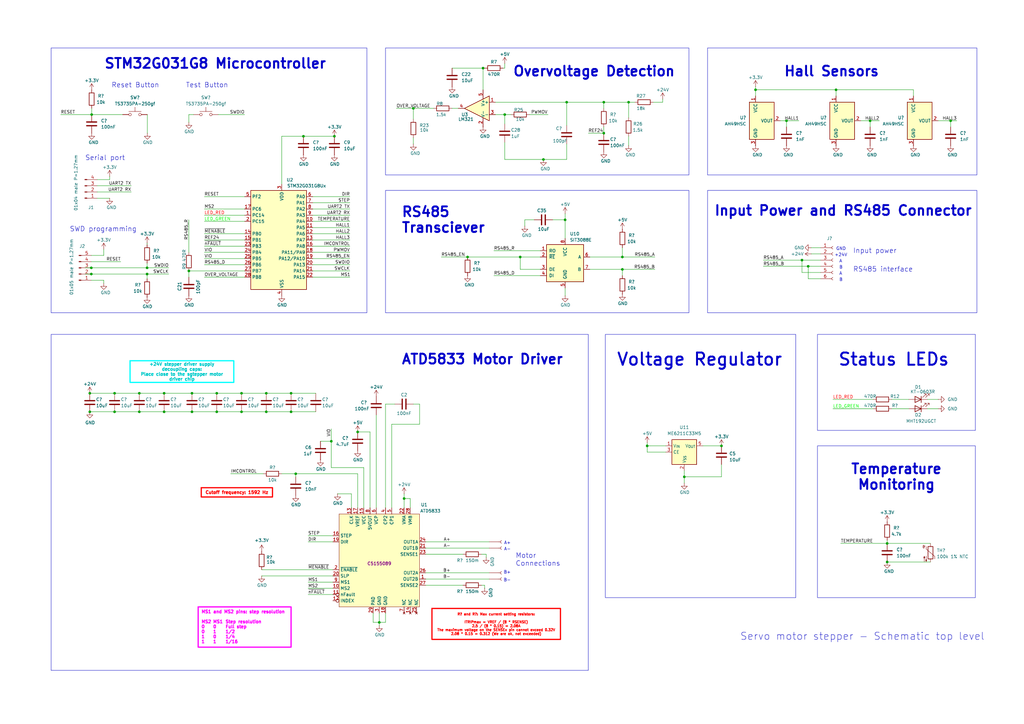
<source format=kicad_sch>
(kicad_sch (version 20250114) (generator "eeschema") (generator_version "9.0")
  (paper "A3")
  (title_block (title "Servo motor stepper M3 - Schematic top level") (date "2024-12-14") (rev "1.0"))
  (rectangle (start 248.285 137.16) (end 326.39 245.11))
  (rectangle (start 335.28 137.16) (end 400.05 176.53))
  (rectangle (start 20.955 137.16) (end 241.3 274.955))
  (rectangle (start 158.115 19.685) (end 282.575 71.755))
  (rectangle (start 290.195 19.685) (end 400.685 71.755))
  (rectangle (start 20.955 19.685) (end 150.495 128.27))
  (rectangle (start 158.115 78.105) (end 282.575 128.27))
  (rectangle (start 335.28 182.88) (end 400.05 245.11))
  (rectangle (start 290.195 78.105) (end 400.685 128.27))
  (text "Reset Button" (at 45.72 36.195 0) (effects (font (size 2 2)) (justify left bottom)))
  (text "Test Button" (at 76.2 36.195 0) (effects (font (size 2 2)) (justify left bottom)))
  (text "B" (at 344.17 115.57 0) (effects (font (size 1.27 1.27)) (justify left bottom)))
  (text "+24V" (at 342.265 105.41 0) (effects (font (size 1.27 1.27)) (justify left bottom)))
  (text "SWD programming" (at 28.575 95.25 0) (effects (font (size 2 2)) (justify left bottom)))
  (text "Serial port" (at 34.925 66.04 0) (effects (font (size 2 2)) (justify left bottom)))
  (text "GND" (at 342.9 102.87 0) (effects (font (size 1.27 1.27)) (justify left bottom)))
  (text "RS485\nTransciever" (at 164.465 95.885 0) (effects (font (size 4 4) (thickness 0.8) (bold yes)) (justify left bottom)))
  (text "Input power" (at 349.885 104.14 0) (effects (font (size 2 2)) (justify left bottom)))
  (text "B" (at 344.17 110.49 0) (effects (font (size 1.27 1.27)) (justify left bottom)))
  (text "A+" (at 209.55 223.52 0) (effects (font (size 1.27 1.27)) (justify right bottom)))
  (text "Status LEDs" (at 343.535 150.495 0) (effects (font (size 5 5) (thickness 0.8) (bold yes)) (justify left bottom)))
  (text "Overvoltage Detection" (at 210.185 31.75 0) (effects (font (size 4 4) (thickness 0.8) (bold yes)) (justify left bottom)))
  (text "Voltage Regulator" (at 252.73 150.495 0) (effects (font (size 5 5) (thickness 0.8) (bold yes)) (justify left bottom)))
  (text "A" (at 344.17 107.95 0) (effects (font (size 1.27 1.27)) (justify left bottom)))
  (text "Input Power and RS485 Connector" (at 292.735 88.9 0) (effects (font (size 4 4) (thickness 0.8) (bold yes)) (justify left bottom)))
  (text "A" (at 344.17 113.03 0) (effects (font (size 1.27 1.27)) (justify left bottom)))
  (text "RS485 interface" (at 349.885 111.76 0) (effects (font (size 2 2)) (justify left bottom)))
  (text "Temperature\nMonitoring" (at 367.665 201.295 0) (effects (font (size 4 4) (thickness 0.8) (bold yes)) (justify bottom)))
  (text "B+" (at 209.55 235.585 0) (effects (font (size 1.27 1.27)) (justify right bottom)))
  (text "Servo motor stepper - Schematic top level" (at 303.53 262.89 0) (effects (font (size 3 3)) (justify left bottom)))
  (text "STM32G031G8 Microcontroller" (at 42.545 28.575 0) (effects (font (size 4 4) (thickness 0.8) (bold yes)) (justify left bottom)))
  (text "A-" (at 209.55 226.06 0) (effects (font (size 1.27 1.27)) (justify right bottom)))
  (text "B-" (at 209.55 238.76 0) (effects (font (size 1.27 1.27)) (justify right bottom)))
  (text "ATD5833 Motor Driver" (at 164.465 149.86 0) (effects (font (size 4 4) (thickness 0.8) (bold yes)) (justify left bottom)))
  (text "Hall Sensors" (at 321.31 31.75 0) (effects (font (size 4 4) (thickness 0.8) (bold yes)) (justify left bottom)))
  (text "Motor\nConnections" (at 211.455 232.41 0) (effects (font (size 2 2)) (justify left bottom)))
  (text_box "Cutoff frequency: 1592 Hz\n" (at 82.55 200.025 0) (size 29.21 3.81) (margins 1.2025 1.2025 1.2025 1.2025) (stroke (width 0.5) (color 255 0 0 1)) (effects (font (size 1.27 1.27) (thickness 0.4) (bold yes))))
  (text_box "+24V stepper driver supply \ndecoupling caps:\nPlace close to the sgtepper motor driver chip" (at 53.34 147.955 0) (size 42.545 8.89) (margins 1.2025 1.2025 1.2025 1.2025) (stroke (width 0.5) (color 0 255 255 1)) (effects (font (size 1.27 1.27) (thickness 0.4) (bold yes))))
  (text_box "MS1 and MS2 pins: step resolution\n\nMS2	MS1	Step resolution\n0	0	Full step\n0	1	1/2\n1	0	1/4\n1	1	1/16\n" (at 81.28 248.92 0) (size 38.1 16.51) (margins 1.2025 1.2025 1.2025 1.2025) (stroke (width 0.5) (color 255 0 255 1)) (effects (font (size 1.27 1.27) (thickness 0.4) (bold yes)) (justify left top)))
  (text_box "${94df9340-9001-4abf-849e-0a57a0ae12d6:REFERENCE} and ${c2765680-53cb-47ff-a513-50fbdfe64cd0:REFERENCE}: Max current setting resistors:\n\nITRIPmax = VREF / (8 * RSENSE)\n2.5 / (8 * 0.15) = 2.08A\nThe maximum voltage on the SENSEx pin cannot exceed 0.32V\n2.08 * 0.15 = 0.312 (We are ok, not exceeded)" (at 177.165 249.555 0) (size 52.705 12.7) (margins 1 1 1 1) (stroke (width 0.5) (color 255 0 0 1)) (effects (font (size 1 1) (thickness 0.4) (bold yes))))
  (junction (at 165.735 204.47))
  (junction (at 57.15 161.29))
  (junction (at 37.592 46.99))
  (junction (at 119.38 168.91))
  (junction (at 46.99 161.29))
  (junction (at 389.89 49.53))
  (junction (at 213.36 105.41))
  (junction (at 60.325 112.395))
  (junction (at 169.545 44.45))
  (junction (at 124.46 55.88))
  (junction (at 60.325 109.855))
  (junction (at 67.31 161.29))
  (junction (at 247.65 41.91))
  (junction (at 255.27 110.49))
  (junction (at 46.99 168.91))
  (junction (at 67.31 168.91))
  (junction (at 232.41 41.91))
  (junction (at 198.12 27.94))
  (junction (at 137.16 55.88))
  (junction (at 363.855 230.505))
  (junction (at 99.06 168.91))
  (junction (at 295.91 182.88))
  (junction (at 109.22 161.29))
  (junction (at 265.43 182.88))
  (junction (at 119.38 161.29))
  (junction (at 78.74 161.29))
  (junction (at 36.83 168.91))
  (junction (at 191.77 105.41))
  (junction (at 99.06 161.29))
  (junction (at 121.285 194.31))
  (junction (at 309.88 36.83))
  (junction (at 322.58 49.53))
  (junction (at 222.885 65.405))
  (junction (at 280.67 195.58))
  (junction (at 57.15 168.91))
  (junction (at 257.81 41.91))
  (junction (at 363.855 222.885))
  (junction (at 342.9 36.83))
  (junction (at 247.65 54.61))
  (junction (at 231.775 90.17))
  (junction (at 155.575 255.27))
  (junction (at 331.47 109.22))
  (junction (at 255.27 105.41))
  (junction (at 36.83 161.29))
  (junction (at 146.685 177.165))
  (junction (at 88.9 168.91))
  (junction (at 37.465 112.395))
  (junction (at 109.22 168.91))
  (junction (at 88.9 161.29))
  (junction (at 135.89 180.975))
  (junction (at 78.74 168.91))
  (junction (at 328.93 106.68))
  (junction (at 356.87 49.53))
  (junction (at 207.01 46.99))
  (junction (at 77.47 111.125))
  (junction (at 37.465 109.855))
  (wire (pts (xy 77.47 90.17) (xy 77.47 103.505)))
  (wire (pts (xy 172.085 165.735) (xy 169.545 165.735)))
  (wire (pts (xy 320.04 49.53) (xy 322.58 49.53)))
  (wire (pts (xy 271.78 41.91) (xy 267.97 41.91)))
  (wire (pts (xy 99.06 161.29) (xy 109.22 161.29)))
  (wire (pts (xy 162.56 44.45) (xy 169.545 44.45)))
  (wire (pts (xy 380.365 163.83) (xy 384.81 163.83)))
  (wire (pts (xy 332.74 104.14) (xy 336.55 104.14)))
  (wire (pts (xy 143.51 98.425) (xy 128.27 98.425)))
  (wire (pts (xy 143.51 106.045) (xy 128.27 106.045)))
  (wire (pts (xy 356.87 49.53) (xy 360.68 49.53)))
  (wire (pts (xy 143.51 90.805) (xy 128.27 90.805)))
  (wire (pts (xy 197.485 240.03) (xy 198.755 240.03)))
  (wire (pts (xy 83.82 108.585) (xy 100.33 108.585)))
  (wire (pts (xy 215.265 90.17) (xy 215.265 92.71)))
  (wire (pts (xy 165.735 204.47) (xy 165.735 208.28)))
  (wire (pts (xy 57.15 161.29) (xy 67.31 161.29)))
  (wire (pts (xy 37.592 46.99) (xy 50.292 46.99)))
  (wire (pts (xy 222.885 65.405) (xy 232.41 65.405)))
  (wire (pts (xy 143.51 80.645) (xy 128.27 80.645)))
  (wire (pts (xy 169.545 44.45) (xy 169.545 48.895)))
  (wire (pts (xy 143.51 103.505) (xy 128.27 103.505)))
  (wire (pts (xy 332.74 101.6) (xy 336.55 101.6)))
  (wire (pts (xy 280.67 198.12) (xy 280.67 195.58)))
  (wire (pts (xy 39.878 78.74) (xy 53.848 78.74)))
  (wire (pts (xy 255.27 101.6) (xy 255.27 105.41)))
  (wire (pts (xy 255.27 105.41) (xy 268.605 105.41)))
  (wire (pts (xy 78.74 168.91) (xy 88.9 168.91)))
  (wire (pts (xy 169.545 44.45) (xy 177.8 44.45)))
  (wire (pts (xy 255.27 110.49) (xy 255.27 113.03)))
  (wire (pts (xy 144.145 208.28) (xy 144.145 202.565)))
  (wire (pts (xy 128.27 85.725) (xy 143.51 85.725)))
  (wire (pts (xy 37.465 104.775) (xy 42.545 104.775)))
  (wire (pts (xy 143.51 95.885) (xy 128.27 95.885)))
  (wire (pts (xy 89.535 46.99) (xy 100.33 46.99)))
  (wire (pts (xy 83.82 103.505) (xy 100.33 103.505)))
  (wire (pts (xy 374.65 39.37) (xy 374.65 36.83)))
  (wire (pts (xy 222.885 65.405) (xy 207.01 65.405)))
  (wire (pts (xy 174.625 240.03) (xy 189.865 240.03)))
  (wire (pts (xy 241.935 110.49) (xy 255.27 110.49)))
  (wire (pts (xy 389.89 49.53) (xy 389.89 52.07)))
  (wire (pts (xy 143.51 83.185) (xy 128.27 83.185)))
  (wire (pts (xy 109.22 168.91) (xy 119.38 168.91)))
  (wire (pts (xy 143.51 100.965) (xy 128.27 100.965)))
  (wire (pts (xy 353.06 49.53) (xy 356.87 49.53)))
  (wire (pts (xy 365.76 163.83) (xy 372.745 163.83)))
  (wire (pts (xy 57.15 168.91) (xy 67.31 168.91)))
  (wire (pts (xy 207.01 46.99) (xy 207.01 50.8)))
  (wire (pts (xy 158.115 165.735) (xy 158.115 208.28)))
  (wire (pts (xy 174.625 237.49) (xy 200.66 237.49)))
  (wire (pts (xy 126.365 219.71) (xy 136.525 219.71)))
  (wire (pts (xy 257.81 55.88) (xy 257.81 59.69)))
  (wire (pts (xy 213.36 105.41) (xy 221.615 105.41)))
  (wire (pts (xy 126.365 241.3) (xy 136.525 241.3)))
  (wire (pts (xy 126.365 243.84) (xy 136.525 243.84)))
  (wire (pts (xy 363.855 222.885) (xy 381.635 222.885)))
  (wire (pts (xy 257.81 41.91) (xy 257.81 48.26)))
  (wire (pts (xy 380.365 167.64) (xy 384.81 167.64)))
  (wire (pts (xy 165.735 202.565) (xy 165.735 204.47)))
  (wire (pts (xy 161.925 165.735) (xy 158.115 165.735)))
  (wire (pts (xy 34.925 109.855) (xy 37.465 109.855)))
  (wire (pts (xy 77.47 46.99) (xy 79.375 46.99)))
  (wire (pts (xy 331.47 109.22) (xy 331.47 114.3)))
  (wire (pts (xy 313.055 109.22) (xy 331.47 109.22)))
  (wire (pts (xy 313.055 106.68) (xy 328.93 106.68)))
  (wire (pts (xy 202.565 102.87) (xy 221.615 102.87)))
  (wire (pts (xy 149.225 208.28) (xy 149.225 191.77)))
  (wire (pts (xy 328.93 111.76) (xy 336.55 111.76)))
  (wire (pts (xy 207.01 58.42) (xy 207.01 65.405)))
  (wire (pts (xy 121.285 194.31) (xy 121.285 195.58)))
  (wire (pts (xy 231.775 90.17) (xy 231.775 97.79)))
  (wire (pts (xy 168.275 204.47) (xy 165.735 204.47)))
  (wire (pts (xy 126.365 222.25) (xy 136.525 222.25)))
  (wire (pts (xy 160.655 173.99) (xy 172.085 173.99)))
  (wire (pts (xy 154.305 170.18) (xy 154.305 208.28)))
  (wire (pts (xy 174.625 224.79) (xy 200.66 224.79)))
  (wire (pts (xy 39.878 73.66) (xy 44.958 73.66)))
  (wire (pts (xy 115.57 194.31) (xy 121.285 194.31)))
  (wire (pts (xy 143.51 108.585) (xy 128.27 108.585)))
  (wire (pts (xy 363.855 230.505) (xy 381.635 230.505)))
  (wire (pts (xy 39.878 81.28) (xy 44.958 81.28)))
  (wire (pts (xy 36.83 161.29) (xy 46.99 161.29)))
  (wire (pts (xy 328.93 106.68) (xy 328.93 111.76)))
  (wire (pts (xy 265.43 181.61) (xy 265.43 182.88)))
  (wire (pts (xy 199.39 227.33) (xy 199.39 228.6)))
  (wire (pts (xy 213.36 110.49) (xy 221.615 110.49)))
  (wire (pts (xy 83.82 100.965) (xy 100.33 100.965)))
  (wire (pts (xy 231.775 87.63) (xy 231.775 90.17)))
  (wire (pts (xy 143.51 93.345) (xy 128.27 93.345)))
  (wire (pts (xy 144.145 202.565) (xy 138.43 202.565)))
  (wire (pts (xy 60.325 107.95) (xy 60.325 109.855)))
  (wire (pts (xy 198.755 240.03) (xy 198.755 241.3)))
  (wire (pts (xy 203.2 41.91) (xy 232.41 41.91)))
  (wire (pts (xy 37.592 44.45) (xy 37.592 46.99)))
  (wire (pts (xy 389.89 49.53) (xy 392.43 49.53)))
  (wire (pts (xy 174.625 222.25) (xy 200.66 222.25)))
  (wire (pts (xy 265.43 182.88) (xy 273.05 182.88)))
  (wire (pts (xy 363.855 221.615) (xy 363.855 222.885)))
  (wire (pts (xy 232.41 51.435) (xy 232.41 41.91)))
  (wire (pts (xy 169.545 56.515) (xy 169.545 59.055)))
  (wire (pts (xy 42.545 114.935) (xy 42.545 116.205)))
  (wire (pts (xy 83.82 106.045) (xy 100.33 106.045)))
  (wire (pts (xy 60.325 112.395) (xy 69.215 112.395)))
  (wire (pts (xy 257.81 41.91) (xy 260.35 41.91)))
  (wire (pts (xy 226.695 90.17) (xy 231.775 90.17)))
  (wire (pts (xy 217.17 46.99) (xy 224.79 46.99)))
  (wire (pts (xy 168.275 208.28) (xy 168.275 204.47)))
  (wire (pts (xy 158.115 251.46) (xy 158.115 255.27)))
  (wire (pts (xy 88.9 161.29) (xy 99.06 161.29)))
  (wire (pts (xy 280.67 193.04) (xy 280.67 195.58)))
  (wire (pts (xy 37.465 107.315) (xy 49.53 107.315)))
  (wire (pts (xy 203.2 46.99) (xy 207.01 46.99)))
  (wire (pts (xy 231.775 121.285) (xy 231.775 118.11)))
  (wire (pts (xy 83.82 90.805) (xy 100.33 90.805)))
  (wire (pts (xy 128.27 113.665) (xy 143.51 113.665)))
  (wire (pts (xy 155.575 251.46) (xy 155.575 255.27)))
  (wire (pts (xy 328.93 106.68) (xy 336.55 106.68)))
  (wire (pts (xy 322.58 49.53) (xy 322.58 52.07)))
  (wire (pts (xy 174.625 227.33) (xy 189.865 227.33)))
  (wire (pts (xy 37.465 109.855) (xy 60.325 109.855)))
  (wire (pts (xy 60.452 46.99) (xy 60.452 54.61)))
  (wire (pts (xy 83.82 95.885) (xy 100.33 95.885)))
  (wire (pts (xy 34.925 112.395) (xy 37.465 112.395)))
  (wire (pts (xy 153.035 255.27) (xy 155.575 255.27)))
  (wire (pts (xy 94.615 194.31) (xy 107.95 194.31)))
  (wire (pts (xy 83.82 113.665) (xy 100.33 113.665)))
  (wire (pts (xy 83.82 85.725) (xy 100.33 85.725)))
  (wire (pts (xy 174.625 234.95) (xy 200.66 234.95)))
  (wire (pts (xy 77.47 111.125) (xy 100.33 111.125)))
  (wire (pts (xy 219.075 90.17) (xy 215.265 90.17)))
  (wire (pts (xy 24.892 46.99) (xy 37.592 46.99)))
  (wire (pts (xy 280.67 195.58) (xy 295.91 195.58)))
  (wire (pts (xy 99.06 168.91) (xy 109.22 168.91)))
  (wire (pts (xy 344.805 222.885) (xy 363.855 222.885)))
  (wire (pts (xy 155.575 255.27) (xy 155.575 256.54)))
  (wire (pts (xy 191.77 105.41) (xy 213.36 105.41)))
  (wire (pts (xy 78.74 161.29) (xy 88.9 161.29)))
  (wire (pts (xy 232.41 65.405) (xy 232.41 59.055)))
  (wire (pts (xy 83.82 98.425) (xy 100.33 98.425)))
  (wire (pts (xy 60.325 114.3) (xy 60.325 112.395)))
  (wire (pts (xy 88.9 168.91) (xy 99.06 168.91)))
  (wire (pts (xy 295.91 195.58) (xy 295.91 190.5)))
  (wire (pts (xy 342.9 39.37) (xy 342.9 36.83)))
  (wire (pts (xy 207.01 46.99) (xy 209.55 46.99)))
  (wire (pts (xy 77.47 50.165) (xy 77.47 46.99)))
  (wire (pts (xy 374.65 36.83) (xy 342.9 36.83)))
  (wire (pts (xy 331.47 114.3) (xy 336.55 114.3)))
  (wire (pts (xy 42.545 104.775) (xy 42.545 102.235)))
  (wire (pts (xy 255.27 110.49) (xy 268.605 110.49)))
  (wire (pts (xy 115.57 75.565) (xy 115.57 55.88)))
  (wire (pts (xy 119.38 161.29) (xy 129.54 161.29)))
  (wire (pts (xy 213.36 105.41) (xy 213.36 110.49)))
  (wire (pts (xy 322.58 49.53) (xy 327.66 49.53)))
  (wire (pts (xy 39.878 76.2) (xy 53.848 76.2)))
  (wire (pts (xy 172.085 173.99) (xy 172.085 165.735)))
  (wire (pts (xy 60.325 109.855) (xy 69.215 109.855)))
  (wire (pts (xy 151.765 177.165) (xy 151.765 208.28)))
  (wire (pts (xy 185.42 44.45) (xy 187.96 44.45)))
  (wire (pts (xy 180.975 105.41) (xy 191.77 105.41)))
  (wire (pts (xy 185.42 27.94) (xy 198.12 27.94)))
  (wire (pts (xy 207.01 27.94) (xy 206.375 27.94)))
  (wire (pts (xy 107.315 236.22) (xy 136.525 236.22)))
  (wire (pts (xy 83.82 88.265) (xy 100.33 88.265)))
  (wire (pts (xy 158.115 255.27) (xy 155.575 255.27)))
  (wire (pts (xy 124.46 55.88) (xy 137.16 55.88)))
  (wire (pts (xy 107.315 233.68) (xy 136.525 233.68)))
  (wire (pts (xy 67.31 168.91) (xy 78.74 168.91)))
  (wire (pts (xy 160.655 208.28) (xy 160.655 173.99)))
  (wire (pts (xy 46.99 168.91) (xy 57.15 168.91)))
  (wire (pts (xy 309.88 35.56) (xy 309.88 36.83)))
  (wire (pts (xy 271.78 40.64) (xy 271.78 41.91)))
  (wire (pts (xy 36.83 168.91) (xy 46.99 168.91)))
  (wire (pts (xy 198.755 27.94) (xy 198.12 27.94)))
  (wire (pts (xy 37.465 114.935) (xy 42.545 114.935)))
  (wire (pts (xy 331.47 109.22) (xy 336.55 109.22)))
  (wire (pts (xy 135.89 191.77) (xy 149.225 191.77)))
  (wire (pts (xy 341.63 167.64) (xy 358.14 167.64)))
  (wire (pts (xy 44.958 73.66) (xy 44.958 72.39)))
  (wire (pts (xy 247.65 41.91) (xy 257.81 41.91)))
  (wire (pts (xy 37.465 112.395) (xy 60.325 112.395)))
  (wire (pts (xy 135.89 175.895) (xy 135.89 180.975)))
  (wire (pts (xy 241.935 105.41) (xy 255.27 105.41)))
  (wire (pts (xy 121.285 194.31) (xy 146.685 194.31)))
  (wire (pts (xy 288.29 182.88) (xy 295.91 182.88)))
  (wire (pts (xy 146.685 177.165) (xy 151.765 177.165)))
  (wire (pts (xy 146.685 208.28) (xy 146.685 194.31)))
  (wire (pts (xy 265.43 185.42) (xy 265.43 182.88)))
  (wire (pts (xy 109.22 161.29) (xy 119.38 161.29)))
  (wire (pts (xy 247.65 41.91) (xy 247.65 44.45)))
  (wire (pts (xy 128.27 88.265) (xy 143.51 88.265)))
  (wire (pts (xy 197.485 227.33) (xy 199.39 227.33)))
  (wire (pts (xy 119.38 168.91) (xy 129.54 168.91)))
  (wire (pts (xy 198.12 27.94) (xy 198.12 36.83)))
  (wire (pts (xy 207.01 26.035) (xy 207.01 27.94)))
  (wire (pts (xy 77.47 113.665) (xy 77.47 111.125)))
  (wire (pts (xy 131.445 180.975) (xy 135.89 180.975)))
  (wire (pts (xy 273.05 185.42) (xy 265.43 185.42)))
  (wire (pts (xy 247.65 52.07) (xy 247.65 54.61)))
  (wire (pts (xy 342.9 36.83) (xy 309.88 36.83)))
  (wire (pts (xy 309.88 36.83) (xy 309.88 39.37)))
  (wire (pts (xy 384.81 49.53) (xy 389.89 49.53)))
  (wire (pts (xy 60.325 99.695) (xy 60.325 100.33)))
  (wire (pts (xy 356.87 49.53) (xy 356.87 52.07)))
  (wire (pts (xy 241.3 54.61) (xy 247.65 54.61)))
  (wire (pts (xy 365.76 167.64) (xy 372.745 167.64)))
  (wire (pts (xy 83.82 80.645) (xy 100.33 80.645)))
  (wire (pts (xy 115.57 55.88) (xy 124.46 55.88)))
  (wire (pts (xy 136.525 238.76) (xy 126.365 238.76)))
  (wire (pts (xy 46.99 161.29) (xy 57.15 161.29)))
  (wire (pts (xy 153.035 251.46) (xy 153.035 255.27)))
  (wire (pts (xy 341.63 163.83) (xy 358.14 163.83)))
  (wire (pts (xy 232.41 41.91) (xy 247.65 41.91)))
  (wire (pts (xy 202.565 113.03) (xy 221.615 113.03)))
  (wire (pts (xy 135.89 191.77) (xy 135.89 180.975)))
  (wire (pts (xy 67.31 161.29) (xy 78.74 161.29)))
  (wire (pts (xy 143.51 111.125) (xy 128.27 111.125)))
  (label "DIR" (at 126.365 222.25 0))
  (label "RESET" (at 49.53 107.315 180))
  (label "A+" (at 184.785 222.25 180))
  (label "RS485_EN" (at 143.51 106.045 180))
  (label "~{MENABLE}" (at 83.82 95.885 0))
  (label "SWCLK" (at 69.215 112.395 180))
  (label "OVER_VOLTAGE" (at 83.82 113.665 0))
  (label "HALL2" (at 360.68 49.53 180))
  (label "B+" (at 184.785 234.95 180))
  (label "REF24" (at 241.3 54.61 0))
  (label "RS485_R" (at 202.565 102.87 0))
  (label "RS485_EN" (at 180.975 105.41 0))
  (label "DIR" (at 143.51 80.645 180))
  (label "VIO" (at 83.82 106.045 0))
  (label "B-" (at 184.785 237.49 180))
  (label "LED_GREEN" (at 83.82 90.805 0))
  (label "RS485_R" (at 77.47 98.425 90))
  (label "~{MENABLE}" (at 126.365 233.68 0))
  (label "RS485_B" (at 313.055 109.22 0))
  (label "VIO" (at 83.82 103.505 0))
  (label "SWCLK" (at 143.51 111.125 180))
  (label "STEP" (at 126.365 219.71 0))
  (label "RS485_A" (at 313.055 106.68 0))
  (label "MS1" (at 126.365 238.76 0))
  (label "PWMOV" (at 217.805 46.99 0))
  (label "UART2 RX" (at 53.848 78.74 180))
  (label "RESET" (at 24.892 46.99 0))
  (label "PWMOV" (at 143.51 103.505 180))
  (label "RS485_A" (at 268.605 105.41 180))
  (label "HALL2" (at 143.51 95.885 180))
  (label "MS1" (at 139.7 113.665 0))
  (label "LED_RED" (at 83.82 88.265 0))
  (label "RESET" (at 83.82 80.645 0))
  (label "OVER_VOLTAGE" (at 162.56 44.45 0))
  (label "RS485_D" (at 202.565 113.03 0))
  (label "HALL3" (at 143.51 98.425 180))
  (label "LED_RED" (at 341.63 163.83 0))
  (label "LED_GREEN" (at 341.63 167.64 0))
  (label "REF24" (at 83.82 98.425 0))
  (label "IMCONTROL" (at 143.51 100.965 180))
  (label "MS2" (at 83.82 85.725 0))
  (label "UART2 TX" (at 143.51 85.725 180))
  (label "~{nFAULT}" (at 83.82 100.965 0))
  (label "SWDIO" (at 100.33 46.99 180))
  (label "SWDIO" (at 69.215 109.855 180))
  (label "UART2 TX" (at 53.848 76.2 180))
  (label "HALL1" (at 143.51 93.345 180))
  (label "TEMPERATURE" (at 344.805 222.885 0))
  (label "RS485_B" (at 268.605 110.49 180))
  (label "HALL3" (at 392.43 49.53 180))
  (label "UART2 RX" (at 143.51 88.265 180))
  (label "TEMPERATURE" (at 143.51 90.805 180))
  (label "MS2" (at 126.365 241.3 0))
  (label "VIO" (at 135.89 179.07 90))
  (label "~{nFAULT}" (at 126.365 243.84 0))
  (label "IMCONTROL" (at 94.615 194.31 0))
  (label "SWDIO" (at 143.51 108.585 180))
  (label "HALL1" (at 327.66 49.53 180))
  (label "STEP" (at 143.51 83.185 180))
  (label "A-" (at 184.785 224.79 180))
  (label "RS485_D" (at 83.82 108.585 0))
  (symbol (lib_id "power:GND") (at 107.315 236.22 0) (unit 1)
    (property "Reference" "#PWR016" (effects (hide yes)))
    (property "Value" "GND" (at 105.41 240.03 0) (effects (justify left)))
  )
  (symbol (lib_id "power:GND") (at 363.855 230.505 0) (unit 1)
    (property "Reference" "#PWR071" (effects (hide yes)))
    (property "Value" "GND" (at 362.585 234.315 0) (effects (justify left)))
  )
  (symbol (lib_id "power:+3.3V") (at 309.88 35.56 0) (unit 1)
    (property "Reference" "#PWR028" (effects (hide yes)))
    (property "Value" "+3.3V" (at 309.88 31.75 0))
  )
  (symbol (lib_id "power:+3.3V") (at 231.775 87.63 0) (unit 1)
    (property "Reference" "#PWR033" (effects (hide yes)))
    (property "Value" "+5V" (at 231.775 83.82 0))
  )
  (symbol (lib_id "power:GND") (at 356.87 59.69 0) (unit 1)
    (property "Reference" "#PWR0105" (effects (hide yes)))
    (property "Value" "GND" (at 355.6 63.5 0) (effects (justify left)))
  )
  (symbol (lib_id "Device:C") (at 37.592 50.8 0) (unit 1)
    (property "Reference" "C?" (at 41.402 49.5299 0) (effects (justify left)))
    (property "Value" "100nF" (at 41.402 52.0699 0) (effects (justify left)))
    (property "Footprint" "Capacitor_SMD:C_0402_1005Metric" (effects (hide yes)))
    (property "LCSC" "C307331" (effects (hide yes)))
  )
  (symbol (lib_id "Device:LED") (at 376.555 163.83 180) (unit 1)
    (property "Reference" "D1" (at 376.555 158.75 0))
    (property "Value" "KT-0603R" (at 378.46 160.655 0))
    (property "Footprint" "LED_SMD:LED_0603_1608Metric" (effects (hide yes)))
    (property "Description" "Light emitting diode" (effects (hide yes)))
    (property "LCSC" "C2286" (effects (hide yes)))
  )
  (symbol (lib_id "power:+3.3V") (at 137.16 55.88 0) (unit 1)
    (property "Reference" "#PWR07" (effects (hide yes)))
    (property "Value" "+3.3V" (at 137.16 52.07 0))
  )
  (symbol (lib_id "Regulator_Linear:ME6211C33M5") (at 280.67 185.42 0) (unit 1)
    (property "Reference" "U11" (at 280.67 175.26 0))
    (property "Value" "ME6211C33M5" (at 280.67 177.8 0))
    (property "Footprint" "Package_TO_SOT_SMD:SOT-23-5" (effects (hide yes)))
    (property "Datasheet" "https://www.lcsc.com/datasheet/lcsc_datasheet_2304140030_MICRONE-Nanjing-Micro-One-Elec-ME6211C33R5G_C235316.pdf" (effects (hide yes)))
    (property "Description" "500mA low dropout linear regulator, shutdown pin, 6.5V max input voltage, 3.3V fixed positive output, SOT-23-5" (effects (hide yes)))
    (property "LCSC" "C82942" (effects (hide yes)))
  )
  (symbol (lib_id "power:+3.3V") (at 295.91 182.88 0) (unit 1)
    (property "Reference" "#PWR060" (effects (hide yes)))
    (property "Value" "+3.3V" (at 295.91 179.07 0))
  )
  (symbol (lib_id "Sensor_Magnetic:A1101ELHL") (at 312.42 49.53 0) (unit 1) (exclude_from_sim yes)
    (property "Reference" "U?" (at 306.07 48.2599 0) (effects (justify right)))
    (property "Value" "AH49HSC" (at 306.07 50.7999 0) (effects (justify right)))
    (property "Footprint" "Package_TO_SOT_SMD:SOT-23" (effects (hide yes)))
    (property "LCSC" "C510723" (effects (hide yes)))
  )
  (symbol (lib_id "Device:C") (at 99.06 165.1 0) (unit 1)
    (property "Reference" "C?" (at 101.6 163.83 0) (effects (justify left)))
    (property "Value" "10uF" (at 101.6 166.37 0) (effects (justify left)))
    (property "Footprint" "Capacitor_SMD:C_0603_1608Metric" (effects (hide yes)))
    (property "LCSC" "C194427" (effects (hide yes)))
  )
  (symbol (lib_id "Amplifier_Operational:LM321") (at 195.58 44.45 0) (mirror y) (unit 1) (exclude_from_sim yes)
    (property "Reference" "U3" (at 189.23 46.99 0) (effects (justify right)))
    (property "Value" "LM321" (at 187.96 48.895 0) (effects (justify right)))
    (property "Footprint" "Package_TO_SOT_SMD:SOT-23-5" (effects (hide yes)))
    (property "Datasheet" "https://www.lcsc.com/datasheet/lcsc_datasheet_2401051805_HANSCHIP-semiconductor-LM321MF_C19723728.pdf" (effects (hide yes)))
    (property "LCSC" "C19723728" (effects (hide yes)))
  )
  (symbol (lib_id "power:GND") (at 322.58 59.69 0) (unit 1)
    (property "Reference" "#PWR0110" (effects (hide yes)))
    (property "Value" "GND" (at 321.31 63.5 0) (effects (justify left)))
  )
  (symbol (lib_id "power:GND") (at 309.88 59.69 0) (unit 1)
    (property "Reference" "#PWR0108" (effects (hide yes)))
    (property "Value" "GND" (at 308.61 63.5 0) (effects (justify left)))
  )
  (symbol (lib_id "power:GND") (at 384.81 163.83 90) (unit 1)
    (property "Reference" "#PWR030" (effects (hide yes)))
    (property "Value" "GND" (at 388.62 163.8299 90) (effects (justify right)))
  )
  (symbol (lib_id "Device:R") (at 111.76 194.31 90) (unit 1)
    (property "Reference" "R?" (at 111.76 191.77 90))
    (property "Value" "10k" (at 111.76 196.85 90))
    (property "Footprint" "Resistor_SMD:R_0402_1005Metric" (effects (hide yes)))
    (property "LCSC" "C25744" (effects (hide yes)))
  )
  (symbol (lib_id "Sensor_Magnetic:A1101ELHL") (at 377.19 49.53 0) (unit 1) (exclude_from_sim yes)
    (property "Reference" "U?" (at 370.84 48.2599 0) (effects (justify right)))
    (property "Value" "AH49HSC" (at 370.84 50.7999 0) (effects (justify right)))
    (property "Footprint" "Package_TO_SOT_SMD:SOT-23" (effects (hide yes)))
    (property "LCSC" "C510723" (effects (hide yes)))
  )
  (symbol (lib_id "power:GND") (at 121.285 203.2 0) (unit 1)
    (property "Reference" "#PWR038" (effects (hide yes)))
    (property "Value" "GND" (at 119.38 207.01 0) (effects (justify left)))
  )
  (symbol (lib_id "power:+3.3V") (at 37.592 36.83 0) (unit 1)
    (property "Reference" "#PWR035" (effects (hide yes)))
    (property "Value" "+3.3V" (at 37.592 33.02 0))
  )
  (symbol (lib_id "Device:C") (at 119.38 165.1 0) (unit 1)
    (property "Reference" "C?" (at 121.92 163.83 0) (effects (justify left)))
    (property "Value" "10uF" (at 121.92 166.37 0) (effects (justify left)))
    (property "Footprint" "Capacitor_SMD:C_0603_1608Metric" (effects (hide yes)))
    (property "LCSC" "C194427" (effects (hide yes)))
  )
  (symbol (lib_id "power:GND") (at 255.27 120.65 0) (unit 1)
    (property "Reference" "#PWR018" (effects (hide yes)))
    (property "Value" "GND" (at 253.365 124.46 0) (effects (justify left)))
  )
  (symbol (lib_id "power:GND") (at 60.325 121.92 0) (unit 1)
    (property "Reference" "#PWR09" (effects (hide yes)))
    (property "Value" "GND" (at 58.42 125.73 0) (effects (justify left)))
  )
  (symbol (lib_id "Device:R") (at 181.61 44.45 90) (unit 1)
    (property "Reference" "R8" (at 180.34 42.545 90))
    (property "Value" "1.5k" (at 180.975 46.99 90))
    (property "Footprint" "Resistor_SMD:R_0402_1005Metric" (effects (hide yes)))
    (property "LCSC" "C25867" (effects (hide yes)))
  )
  (symbol (lib_id "power:GND") (at 222.885 65.405 0) (unit 1)
    (property "Reference" "#PWR058" (effects (hide yes)))
    (property "Value" "GND" (at 221.615 69.215 0) (effects (justify left)))
  )
  (symbol (lib_id "Device:R") (at 202.565 27.94 90) (unit 1)
    (property "Reference" "R7" (at 202.565 25.4 90))
    (property "Value" "470R" (at 202.565 30.48 90))
    (property "Footprint" "Resistor_SMD:R_0402_1005Metric" (effects (hide yes)))
    (property "LCSC" "C25117" (effects (hide yes)))
  )
  (symbol (lib_id "servo_motor:ATD5833") (at 155.575 231.14 0) (unit 1)
    (property "Reference" "U1" (at 173.99 207.01 0))
    (property "Value" "ATD5833" (at 176.53 209.55 0))
    (property "Footprint" "Package_DFN_QFN:QFN-28-1EP_5x5mm_P0.5mm_EP3.75x3.75mm_ThermalVias" (effects (hide yes)))
    (property "LCSC" "C5155089" (at 155.575 231.14 0))
  )
  (symbol (lib_id "power:GND") (at 185.42 35.56 0) (unit 1)
    (property "Reference" "#PWR044" (effects (hide yes)))
    (property "Value" "GND" (at 184.15 39.37 0) (effects (justify left)))
  )
  (symbol (lib_id "Device:R") (at 255.27 116.84 180) (unit 1)
    (property "Reference" "R?" (at 259.08 115.57 0))
    (property "Value" "10k" (at 259.08 118.11 0))
    (property "Footprint" "Resistor_SMD:R_0402_1005Metric" (effects (hide yes)))
    (property "LCSC" "C25744" (effects (hide yes)))
  )
  (symbol (lib_id "power:GND") (at 42.545 116.205 0) (unit 1)
    (property "Reference" "#PWR05" (effects (hide yes)))
    (property "Value" "GND" (at 41.275 120.015 0) (effects (justify left)))
  )
  (symbol (lib_id "Device:C") (at 185.42 31.75 0) (unit 1)
    (property "Reference" "C22" (at 189.23 30.4799 0) (effects (justify left)))
    (property "Value" "10uF" (at 189.23 33.0199 0) (effects (justify left)))
    (property "Footprint" "Capacitor_SMD:C_0402_1005Metric" (effects (hide yes)))
    (property "LCSC" "C15525" (effects (hide yes)))
  )
  (symbol (lib_id "power:GND") (at 169.545 59.055 0) (unit 1)
    (property "Reference" "#PWR049" (effects (hide yes)))
    (property "Value" "GND" (at 168.275 62.865 0) (effects (justify left)))
  )
  (symbol (lib_id "power:GND") (at 115.57 121.285 0) (unit 1)
    (property "Reference" "#PWR029" (effects (hide yes)))
    (property "Value" "GND" (at 113.665 125.095 0) (effects (justify left)))
  )
  (symbol (lib_id "Device:R") (at 169.545 52.705 180) (unit 1)
    (property "Reference" "R23" (at 173.99 51.435 0))
    (property "Value" "10k" (at 173.99 53.34 0))
    (property "Footprint" "Resistor_SMD:R_0402_1005Metric" (effects (hide yes)))
    (property "LCSC" "C25744" (effects (hide yes)))
  )
  (symbol (lib_id "power:GND") (at 137.16 63.5 0) (unit 1)
    (property "Reference" "#PWR021" (effects (hide yes)))
    (property "Value" "GND" (at 135.255 67.31 0) (effects (justify left)))
  )
  (symbol (lib_id "Device:C") (at 295.91 186.69 0) (unit 1)
    (property "Reference" "C5" (at 299.085 186.055 0) (effects (justify left)))
    (property "Value" "10uF" (at 299.085 188.595 0) (effects (justify left)))
    (property "Footprint" "Capacitor_SMD:C_0402_1005Metric" (effects (hide yes)))
    (property "LCSC" "C15525" (effects (hide yes)))
  )
  (symbol (lib_id "Device:R") (at 361.95 167.64 90) (unit 1)
    (property "Reference" "R?" (at 367.03 166.37 90))
    (property "Value" "470R" (at 356.87 166.37 90))
    (property "Footprint" "Resistor_SMD:R_0402_1005Metric" (effects (hide yes)))
    (property "LCSC" "C25117" (effects (hide yes)))
  )
  (symbol (lib_id "power:GND") (at 37.592 54.61 0) (unit 1)
    (property "Reference" "#PWR036" (effects (hide yes)))
    (property "Value" "GND" (at 36.322 58.42 0) (effects (justify left)))
  )
  (symbol (lib_id "Device:C") (at 131.445 184.785 0) (unit 1)
    (property "Reference" "C6" (at 125.095 183.515 0) (effects (justify left)))
    (property "Value" "1uF" (at 124.46 186.055 0) (effects (justify left)))
    (property "Footprint" "Capacitor_SMD:C_0402_1005Metric" (effects (hide yes)))
    (property "Description" "25V 1uF X5R ±10% 0402 Multilayer Ceramic Capacitors MLCC - SMD/SMT ROHS" (effects (hide yes)))
    (property "LCSC" "C52923" (effects (hide yes)))
  )
  (symbol (lib_id "power:+24V") (at 207.01 26.035 0) (unit 1)
    (property "Reference" "#PWR026" (effects (hide yes)))
    (property "Value" "+5V" (at 207.01 22.225 0))
  )
  (symbol (lib_id "power:GND") (at 60.452 54.61 0) (unit 1)
    (property "Reference" "#PWR039" (effects (hide yes)))
    (property "Value" "GND" (at 58.547 58.42 0) (effects (justify left)))
  )
  (symbol (lib_id "MCU_ST_STM32G0:STM32G031G8Ux") (at 113.03 98.425 0) (unit 1)
    (property "Reference" "U2" (at 117.5101 73.787 0) (effects (justify left)))
    (property "Value" "STM32G031G8Ux" (at 117.7641 76.2 0) (effects (justify left)))
    (property "Footprint" "Package_DFN_QFN:QFN-28_4x4mm_P0.5mm" (effects (hide yes)))
    (property "Datasheet" "https://www.st.com/resource/en/datasheet/stm32g031g8.pdf" (effects (hide yes)))
    (property "Description" "STMicroelectronics Arm Cortex-M0+ MCU, 64KB flash, 8KB RAM, 64 MHz, 1.7-3.6V, 26 GPIO, UFQFPN28" (effects (hide yes)))
    (property "LCSC" "C432211" (effects (hide yes)))
  )
  (symbol (lib_id "power:GND") (at 124.46 63.5 0) (unit 1)
    (property "Reference" "#PWR027" (effects (hide yes)))
    (property "Value" "GND" (at 122.555 67.31 0) (effects (justify left)))
  )
  (symbol (lib_name "Conn_01x01_Socket_2") (lib_id "Connector:Conn_01x01_Socket") (at 205.74 237.49 0) (unit 1) (in_bom no)
    (property "Reference" "J?" (effects (hide yes)))
    (property "Value" "Conn_01x01_Socket" (effects (hide yes)))
    (property "Footprint" "servo_motor:Pad_3mm_TopOnly" (effects (hide yes)))
  )
  (symbol (lib_id "Device:C") (at 36.83 165.1 0) (unit 1)
    (property "Reference" "C?" (at 39.37 163.83 0) (effects (justify left)))
    (property "Value" "10uF" (at 39.37 166.37 0) (effects (justify left)))
    (property "Footprint" "Capacitor_SMD:C_0603_1608Metric" (effects (hide yes)))
    (property "LCSC" "C194427" (effects (hide yes)))
  )
  (symbol (lib_id "Device:C") (at 154.305 166.37 0) (unit 1)
    (property "Reference" "C?" (at 147.955 165.1 0) (effects (justify left)))
    (property "Value" "100nF" (at 145.415 167.64 0) (effects (justify left)))
    (property "Footprint" "Capacitor_SMD:C_0402_1005Metric" (effects (hide yes)))
    (property "LCSC" "C307331" (effects (hide yes)))
  )
  (symbol (lib_id "power:GND") (at 36.83 168.91 0) (unit 1)
    (property "Reference" "#PWR032" (effects (hide yes)))
    (property "Value" "GND" (at 34.925 173.355 0) (effects (justify left)))
  )
  (symbol (lib_id "Device:C") (at 247.65 58.42 0) (unit 1)
    (property "Reference" "C?" (at 250.19 57.15 0) (effects (justify left)))
    (property "Value" "100nF" (at 250.19 59.69 0) (effects (justify left)))
    (property "Footprint" "Capacitor_SMD:C_0402_1005Metric" (effects (hide yes)))
    (property "LCSC" "C307331" (effects (hide yes)))
  )
  (symbol (lib_id "Device:R") (at 107.315 229.87 180) (unit 1)
    (property "Reference" "R?" (at 110.49 228.6 0))
    (property "Value" "10k" (at 111.125 230.505 0))
    (property "Footprint" "Resistor_SMD:R_0402_1005Metric" (effects (hide yes)))
    (property "LCSC" "C25744" (effects (hide yes)))
  )
  (symbol (lib_id "power:GND") (at 146.685 184.785 0) (unit 1)
    (property "Reference" "#PWR013" (effects (hide yes)))
    (property "Value" "GND" (at 144.78 188.595 0) (effects (justify left)))
  )
  (symbol (lib_id "power:GND") (at 155.575 256.54 0) (unit 1)
    (property "Reference" "#PWR012" (effects (hide yes)))
    (property "Value" "GND" (at 153.67 260.35 0) (effects (justify left)))
  )
  (symbol (lib_id "Device:C") (at 222.885 90.17 90) (unit 1)
    (property "Reference" "C35" (at 224.155 86.36 90) (effects (justify left)))
    (property "Value" "10uF" (at 225.425 93.98 90) (effects (justify left)))
    (property "Footprint" "Capacitor_SMD:C_0402_1005Metric" (effects (hide yes)))
    (property "LCSC" "C15525" (effects (hide yes)))
  )
  (symbol (lib_id "power:GND") (at 389.89 59.69 0) (unit 1)
    (property "Reference" "#PWR0106" (effects (hide yes)))
    (property "Value" "GND" (at 388.62 63.5 0) (effects (justify left)))
  )
  (symbol (lib_id "Device:R") (at 361.95 163.83 90) (unit 1)
    (property "Reference" "R12" (at 367.03 162.56 90))
    (property "Value" "470R" (at 356.87 162.56 90))
    (property "Footprint" "Resistor_SMD:R_0402_1005Metric" (effects (hide yes)))
    (property "LCSC" "C25117" (effects (hide yes)))
  )
  (symbol (lib_id "Connector:Conn_01x04_Pin") (at 34.798 78.74 0) (mirror x) (unit 1) (in_bom no)
    (property "Reference" "J1" (at 37.338 85.09 0))
    (property "Value" "01x04 male P=1.27mm" (at 31.115 74.93 90))
    (property "Footprint" "Connector_PinHeader_1.27mm:PinHeader_1x04_P1.27mm_Vertical" (effects (hide yes)))
  )
  (symbol (lib_id "power:GND") (at 332.74 101.6 270) (mirror x) (unit 1)
    (property "Reference" "#PWR020" (effects (hide yes)))
    (property "Value" "GND" (at 325.755 101.6 90) (effects (justify left)))
  )
  (symbol (lib_id "Device:R") (at 264.16 41.91 270) (unit 1)
    (property "Reference" "R27" (at 262.89 39.37 90))
    (property "Value" "18k" (at 262.89 44.45 90))
    (property "Footprint" "Resistor_SMD:R_0603_1608Metric" (effects (hide yes)))
    (property "Description" "100mW Thick Film Resistors 75V ±100ppm/℃ ±1% 18kΩ 0603 Chip Resistor - Surface Mount ROHS" (effects (hide yes)))
    (property "LCSC" "C25810" (effects (hide yes)))
  )
  (symbol (lib_id "power:+3.3V") (at 44.958 72.39 0) (unit 1)
    (property "Reference" "#PWR02" (effects (hide yes)))
    (property "Value" "+3.3V" (at 44.958 68.58 0))
  )
  (symbol (lib_id "Connector:Conn_01x06_Socket") (at 341.63 106.68 0) (unit 1)
    (property "Reference" "J?" (at 339.09 97.79 0) (effects (justify left)))
    (property "Value" "Conn_01x06_Socket" (effects (hide yes)))
    (property "Footprint" "Connector_PinSocket_2.00mm:PinSocket_1x06_P2.00mm_Vertical" (effects (hide yes)))
  )
  (symbol (lib_id "power:+3.3V") (at 60.325 99.695 0) (unit 1)
    (property "Reference" "#PWR010" (effects (hide yes)))
    (property "Value" "+3.3V" (at 60.325 95.885 0))
  )
  (symbol (lib_id "power:+24V") (at 154.305 162.56 0) (unit 1)
    (property "Reference" "#PWR011" (effects (hide yes)))
    (property "Value" "+24V" (at 154.305 158.75 0))
  )
  (symbol (lib_id "Device:R") (at 60.325 118.11 180) (unit 1)
    (property "Reference" "R?" (at 56.515 116.84 0))
    (property "Value" "10k" (at 56.515 119.38 0))
    (property "Footprint" "Resistor_SMD:R_0402_1005Metric" (effects (hide yes)))
    (property "LCSC" "C25744" (effects (hide yes)))
  )
  (symbol (lib_id "Device:R") (at 77.47 107.315 180) (unit 1)
    (property "Reference" "R9" (at 75.565 109.22 90))
    (property "Value" "470R" (at 75.565 104.775 90))
    (property "Footprint" "Resistor_SMD:R_0402_1005Metric" (effects (hide yes)))
    (property "LCSC" "C25117" (effects (hide yes)))
  )
  (symbol (lib_name "Conn_01x01_Socket_3") (lib_id "Connector:Conn_01x01_Socket") (at 205.74 222.25 0) (unit 1) (in_bom no)
    (property "Reference" "J3" (effects (hide yes)))
    (property "Value" "Conn_01x01_Socket" (effects (hide yes)))
    (property "Footprint" "servo_motor:Pad_3mm_TopOnly" (effects (hide yes)))
  )
  (symbol (lib_id "power:GND") (at 384.81 167.64 90) (unit 1)
    (property "Reference" "#PWR031" (effects (hide yes)))
    (property "Value" "GND" (at 388.62 167.6399 90) (effects (justify right)))
  )
  (symbol (lib_id "Interface_UART:SP3485EN") (at 231.775 107.95 0) (unit 1)
    (property "Reference" "U10" (at 233.7309 95.885 0) (effects (justify left)))
    (property "Value" "SIT3088E" (at 233.7309 98.425 0) (effects (justify left)))
    (property "Footprint" "Package_DFN_QFN:DFN-8-1EP_3x3mm_P0.65mm_EP1.5x2.25mm" (effects (hide yes)))
    (property "Datasheet" "https://www.lcsc.com/datasheet/lcsc_datasheet_2006102219_SIT-SIT3088ETK_C601076.pdf" (effects (hide yes)))
    (property "LCSC" "C601076" (effects (hide yes)))
  )
  (symbol (lib_id "Device:Thermistor_NTC") (at 381.635 226.695 0) (unit 1) (exclude_from_sim yes)
    (property "Reference" "TH?" (at 384.175 225.7424 0) (effects (justify left)))
    (property "Value" "100k 1% NTC" (at 384.175 228.2824 0) (effects (justify left)))
    (property "Footprint" "Resistor_SMD:R_0402_1005Metric" (effects (hide yes)))
    (property "LCSC" "C236279" (effects (hide yes)))
  )
  (symbol (lib_id "power:GND") (at 342.9 59.69 0) (unit 1)
    (property "Reference" "#PWR0107" (effects (hide yes)))
    (property "Value" "GND" (at 341.63 63.5 0) (effects (justify left)))
  )
  (symbol (lib_id "Device:C") (at 57.15 165.1 0) (unit 1)
    (property "Reference" "C?" (at 59.69 163.83 0) (effects (justify left)))
    (property "Value" "10uF" (at 59.69 166.37 0) (effects (justify left)))
    (property "Footprint" "Capacitor_SMD:C_0603_1608Metric" (effects (hide yes)))
    (property "LCSC" "C194427" (effects (hide yes)))
  )
  (symbol (lib_id "power:GND") (at 231.775 121.285 0) (unit 1)
    (property "Reference" "#PWR034" (effects (hide yes)))
    (property "Value" "GND" (at 229.87 125.095 0) (effects (justify left)))
  )
  (symbol (lib_id "Device:R") (at 193.675 240.03 270) (unit 1)
    (property "Reference" "R?" (at 188.595 242.57 90))
    (property "Value" "150m" (at 193.675 242.57 90))
    (property "Footprint" "Resistor_SMD:R_2010_5025Metric" (effects (hide yes)))
    (property "LCSC" "C421741" (effects (hide yes)))
  )
  (symbol (lib_id "power:+24V") (at 165.735 202.565 0) (unit 1)
    (property "Reference" "#PWR08" (effects (hide yes)))
    (property "Value" "+24V" (at 165.735 198.755 0))
  )
  (symbol (lib_id "power:+3.3V") (at 363.855 213.995 0) (unit 1)
    (property "Reference" "#PWR070" (effects (hide yes)))
    (property "Value" "+3.3V" (at 363.855 210.185 0))
  )
  (symbol (lib_name "Conn_01x01_Socket_1") (lib_id "Connector:Conn_01x01_Socket") (at 205.74 224.79 0) (unit 1) (in_bom no)
    (property "Reference" "J6" (effects (hide yes)))
    (property "Value" "Conn_01x01_Socket" (effects (hide yes)))
    (property "Footprint" "servo_motor:Pad_3mm_TopOnly" (effects (hide yes)))
  )
  (symbol (lib_id "Connector:Conn_01x05_Pin") (at 32.385 109.855 0) (mirror x) (unit 1) (in_bom no)
    (property "Reference" "J2" (at 34.925 100.965 0) (effects (justify right)))
    (property "Value" "01x05 male P=1.27mm" (at 29.337 121.031 90) (effects (justify right)))
    (property "Footprint" "Connector_PinHeader_1.27mm:PinHeader_1x05_P1.27mm_Vertical" (effects (hide yes)))
  )
  (symbol (lib_id "Device:C") (at 109.22 165.1 0) (unit 1)
    (property "Reference" "C?" (at 111.76 163.83 0) (effects (justify left)))
    (property "Value" "10uF" (at 111.76 166.37 0) (effects (justify left)))
    (property "Footprint" "Capacitor_SMD:C_0603_1608Metric" (effects (hide yes)))
    (property "LCSC" "C194427" (effects (hide yes)))
  )
  (symbol (lib_id "Device:C") (at 121.285 199.39 0) (unit 1)
    (property "Reference" "C?" (at 125.095 198.1199 0) (effects (justify left)))
    (property "Value" "10nF" (at 125.095 200.6599 0) (effects (justify left)))
    (property "Footprint" "Capacitor_SMD:C_0402_1005Metric" (effects (hide yes)))
    (property "LCSC" "C15195" (effects (hide yes)))
  )
  (symbol (lib_id "power:GND") (at 77.47 121.285 0) (unit 1)
    (property "Reference" "#PWR022" (effects (hide yes)))
    (property "Value" "GND" (at 75.565 125.095 0) (effects (justify left)))
  )
  (symbol (lib_id "Device:C") (at 356.87 55.88 0) (unit 1)
    (property "Reference" "C?" (at 360.68 54.6099 0) (effects (justify left)))
    (property "Value" "1nF" (at 360.68 57.1499 0) (effects (justify left)))
    (property "Footprint" "Capacitor_SMD:C_0402_1005Metric" (effects (hide yes)))
    (property "LCSC" "C1523" (effects (hide yes)))
  )
  (symbol (lib_id "power:GND") (at 198.755 241.3 0) (unit 1)
    (property "Reference" "#PWR015" (effects (hide yes)))
    (property "Value" "GND" (at 201.295 245.11 90) (effects (justify left)))
  )
  (symbol (lib_id "Device:R") (at 257.81 52.07 0) (unit 1)
    (property "Reference" "R26" (at 261.62 50.8 0))
    (property "Value" "1.5k" (at 261.62 53.34 0))
    (property "Footprint" "Resistor_SMD:R_0402_1005Metric" (effects (hide yes)))
    (property "LCSC" "C25867" (effects (hide yes)))
  )
  (symbol (lib_id "Device:R") (at 363.855 217.805 180) (unit 1)
    (property "Reference" "R?" (at 367.665 216.535 0))
    (property "Value" "4.7k" (at 367.665 219.075 0))
    (property "Footprint" "Resistor_SMD:R_0402_1005Metric" (effects (hide yes)))
    (property "LCSC" "C25900" (effects (hide yes)))
  )
  (symbol (lib_id "Device:R") (at 247.65 48.26 180) (unit 1)
    (property "Reference" "R?" (at 251.46 46.99 0))
    (property "Value" "10k" (at 251.46 49.53 0))
    (property "Footprint" "Resistor_SMD:R_0402_1005Metric" (effects (hide yes)))
    (property "LCSC" "C25744" (effects (hide yes)))
  )
  (symbol (lib_id "power:+24V") (at 36.83 161.29 0) (unit 1)
    (property "Reference" "#PWR023" (effects (hide yes)))
    (property "Value" "+24V" (at 36.83 157.48 0))
  )
  (symbol (lib_id "Device:C") (at 232.41 55.245 0) (unit 1)
    (property "Reference" "C?" (at 227.965 52.705 0) (effects (justify left)))
    (property "Value" "100pF" (at 226.695 57.785 0) (effects (justify left)))
    (property "Footprint" "Capacitor_SMD:C_0402_1005Metric" (effects (hide yes)))
    (property "LCSC" "C1546" (effects (hide yes)))
  )
  (symbol (lib_id "power:GND") (at 138.43 202.565 0) (unit 1)
    (property "Reference" "#PWR017" (effects (hide yes)))
    (property "Value" "GND" (at 136.525 206.375 0) (effects (justify left)))
  )
  (symbol (lib_id "Device:C") (at 129.54 165.1 0) (unit 1)
    (property "Reference" "C?" (at 132.08 163.83 0) (effects (justify left)))
    (property "Value" "10uF" (at 132.08 166.37 0) (effects (justify left)))
    (property "Footprint" "Capacitor_SMD:C_0603_1608Metric" (effects (hide yes)))
    (property "LCSC" "C194427" (effects (hide yes)))
  )
  (symbol (lib_id "power:+3.3V") (at 42.545 102.235 0) (unit 1)
    (property "Reference" "#PWR06" (effects (hide yes)))
    (property "Value" "+3.3V" (at 42.545 98.425 0))
  )
  (symbol (lib_id "power:GND") (at 280.67 198.12 0) (unit 1)
    (property "Reference" "#PWR054" (effects (hide yes)))
    (property "Value" "GND" (at 278.765 201.93 0) (effects (justify left)))
  )
  (symbol (lib_id "Device:R") (at 60.325 104.14 180) (unit 1)
    (property "Reference" "R?" (at 64.135 102.87 0))
    (property "Value" "10k" (at 64.135 105.41 0))
    (property "Footprint" "Resistor_SMD:R_0402_1005Metric" (effects (hide yes)))
    (property "LCSC" "C25744" (effects (hide yes)))
  )
  (symbol (lib_id "power:GND") (at 257.81 59.69 0) (unit 1)
    (property "Reference" "#PWR062" (effects (hide yes)))
    (property "Value" "GND" (at 256.54 63.5 0) (effects (justify left)))
  )
  (symbol (lib_id "Device:C") (at 389.89 55.88 0) (unit 1)
    (property "Reference" "C?" (at 393.7 54.6099 0) (effects (justify left)))
    (property "Value" "1nF" (at 393.7 57.1499 0) (effects (justify left)))
    (property "Footprint" "Capacitor_SMD:C_0402_1005Metric" (effects (hide yes)))
    (property "LCSC" "C1523" (effects (hide yes)))
  )
  (symbol (lib_id "power:+3.3V") (at 255.27 93.98 0) (unit 1)
    (property "Reference" "#PWR025" (effects (hide yes)))
    (property "Value" "+5V" (at 255.27 90.17 0))
  )
  (symbol (lib_id "power:GND") (at 191.77 113.03 0) (unit 1)
    (property "Reference" "#PWR024" (effects (hide yes)))
    (property "Value" "GND" (at 190.5 116.84 0) (effects (justify left)))
  )
  (symbol (lib_id "power:GND") (at 131.445 188.595 0) (unit 1)
    (property "Reference" "#PWR037" (effects (hide yes)))
    (property "Value" "GND" (at 129.54 192.405 0) (effects (justify left)))
  )
  (symbol (lib_id "Device:C") (at 78.74 165.1 0) (unit 1)
    (property "Reference" "C?" (at 81.28 163.83 0) (effects (justify left)))
    (property "Value" "10uF" (at 81.28 166.37 0) (effects (justify left)))
    (property "Footprint" "Capacitor_SMD:C_0603_1608Metric" (effects (hide yes)))
    (property "LCSC" "C194427" (effects (hide yes)))
  )
  (symbol (lib_id "Switch:SW_Push") (at 84.455 46.99 0) (unit 1)
    (property "Reference" "SW?" (at 84.455 40.005 0))
    (property "Value" "TS3735PA-250gf" (at 84.455 42.545 0))
    (property "Footprint" "servo_motor:TS3735PA-250gf" (effects (hide yes)))
    (property "LCSC" "C393946" (effects (hide yes)))
  )
  (symbol (lib_id "Device:C") (at 363.855 226.695 0) (unit 1)
    (property "Reference" "C?" (at 367.665 225.4249 0) (effects (justify left)))
    (property "Value" "100nF" (at 367.665 227.9649 0) (effects (justify left)))
    (property "Footprint" "Capacitor_SMD:C_0402_1005Metric" (effects (hide yes)))
    (property "LCSC" "C307331" (effects (hide yes)))
  )
  (symbol (lib_id "Device:R") (at 193.675 227.33 270) (unit 1)
    (property "Reference" "R?" (at 188.595 229.87 90))
    (property "Value" "150m" (at 193.675 229.87 90))
    (property "Footprint" "Resistor_SMD:R_2010_5025Metric" (effects (hide yes)))
    (property "LCSC" "C421741" (effects (hide yes)))
  )
  (symbol (lib_id "Device:LED") (at 376.555 167.64 180) (unit 1)
    (property "Reference" "D2" (at 376.555 170.18 0))
    (property "Value" "MHT192UGCT" (at 377.825 172.72 0))
    (property "Footprint" "LED_SMD:LED_0603_1608Metric" (effects (hide yes)))
    (property "Description" "Light emitting diode" (effects (hide yes)))
    (property "LCSC" "C389519" (effects (hide yes)))
  )
  (symbol (lib_id "power:GND") (at 44.958 81.28 0) (unit 1)
    (property "Reference" "#PWR03" (effects (hide yes)))
    (property "Value" "GND" (at 43.688 85.09 0) (effects (justify left)))
  )
  (symbol (lib_id "Device:C") (at 322.58 55.88 0) (unit 1)
    (property "Reference" "C?" (at 326.39 54.6099 0) (effects (justify left)))
    (property "Value" "1nF" (at 326.39 57.1499 0) (effects (justify left)))
    (property "Footprint" "Capacitor_SMD:C_0402_1005Metric" (effects (hide yes)))
    (property "LCSC" "C1523" (effects (hide yes)))
  )
  (symbol (lib_id "power:GND") (at 199.39 228.6 0) (unit 1)
    (property "Reference" "#PWR014" (effects (hide yes)))
    (property "Value" "GND" (at 201.93 232.41 90) (effects (justify left)))
  )
  (symbol (lib_id "Switch:SW_Push") (at 55.372 46.99 0) (unit 1)
    (property "Reference" "SW?" (at 55.372 40.005 0))
    (property "Value" "TS3735PA-250gf" (at 55.372 42.545 0))
    (property "Footprint" "servo_motor:TS3735PA-250gf" (effects (hide yes)))
    (property "LCSC" "C393946" (effects (hide yes)))
  )
  (symbol (lib_id "Device:C") (at 165.735 165.735 90) (unit 1)
    (property "Reference" "C2" (at 165.735 161.925 90))
    (property "Value" "100nF" (at 165.735 169.545 90))
    (property "Footprint" "Capacitor_SMD:C_0402_1005Metric" (effects (hide yes)))
    (property "LCSC" "C307331" (effects (hide yes)))
  )
  (symbol (lib_id "Connector:Conn_01x01_Socket") (at 205.74 234.95 0) (unit 1) (in_bom no)
    (property "Reference" "J7" (effects (hide yes)))
    (property "Value" "Conn_01x01_Socket" (effects (hide yes)))
    (property "Footprint" "servo_motor:Pad_3mm_TopOnly" (effects (hide yes)))
  )
  (symbol (lib_id "power:GND") (at 247.65 62.23 0) (unit 1)
    (property "Reference" "#PWR077" (effects (hide yes)))
    (property "Value" "GND" (at 246.38 66.04 0) (effects (justify left)))
  )
  (symbol (lib_id "power:+24V") (at 332.74 104.14 90) (mirror x) (unit 1)
    (property "Reference" "#PWR019" (effects (hide yes)))
    (property "Value" "+24V" (at 327.025 104.14 90))
  )
  (symbol (lib_id "power:+10V") (at 265.43 181.61 0) (unit 1)
    (property "Reference" "#PWR048" (effects (hide yes)))
    (property "Value" "+5V" (at 265.43 177.8 0))
  )
  (symbol (lib_id "Device:R") (at 191.77 109.22 180) (unit 1)
    (property "Reference" "R?" (at 195.58 107.95 0))
    (property "Value" "10k" (at 195.58 110.49 0))
    (property "Footprint" "Resistor_SMD:R_0402_1005Metric" (effects (hide yes)))
    (property "LCSC" "C25744" (effects (hide yes)))
  )
  (symbol (lib_id "power:+24V") (at 271.78 40.64 0) (unit 1)
    (property "Reference" "#PWR063" (effects (hide yes)))
    (property "Value" "+24V" (at 271.78 36.83 0))
  )
  (symbol (lib_id "Device:C") (at 88.9 165.1 0) (unit 1)
    (property "Reference" "C?" (at 91.44 163.83 0) (effects (justify left)))
    (property "Value" "10uF" (at 91.44 166.37 0) (effects (justify left)))
    (property "Footprint" "Capacitor_SMD:C_0603_1608Metric" (effects (hide yes)))
    (property "LCSC" "C194427" (effects (hide yes)))
  )
  (symbol (lib_id "Device:R") (at 255.27 97.79 180) (unit 1)
    (property "Reference" "R?" (at 259.08 96.52 0))
    (property "Value" "10k" (at 259.08 99.06 0))
    (property "Footprint" "Resistor_SMD:R_0402_1005Metric" (effects (hide yes)))
    (property "LCSC" "C25744" (effects (hide yes)))
  )
  (symbol (lib_id "power:GND") (at 198.12 52.07 0) (unit 1)
    (property "Reference" "#PWR051" (effects (hide yes)))
    (property "Value" "GND" (at 196.85 55.88 0) (effects (justify left)))
  )
  (symbol (lib_id "Device:C") (at 146.685 180.975 0) (unit 1)
    (property "Reference" "C?" (at 140.335 179.705 0) (effects (justify left)))
    (property "Value" "4.7uF" (at 137.795 182.245 0) (effects (justify left)))
    (property "Footprint" "Capacitor_SMD:C_0402_1005Metric" (effects (hide yes)))
    (property "LCSC" "C23733" (effects (hide yes)))
  )
  (symbol (lib_id "power:+3.3V") (at 107.315 226.06 0) (unit 1)
    (property "Reference" "#PWR040" (effects (hide yes)))
    (property "Value" "+3.3V" (at 107.315 221.615 0))
  )
  (symbol (lib_id "Device:R") (at 37.592 40.64 180) (unit 1)
    (property "Reference" "R?" (at 41.402 39.37 0))
    (property "Value" "10k" (at 41.402 41.91 0))
    (property "Footprint" "Resistor_SMD:R_0402_1005Metric" (effects (hide yes)))
    (property "LCSC" "C25744" (effects (hide yes)))
  )
  (symbol (lib_id "power:+10V") (at 146.685 177.165 0) (unit 1)
    (property "Reference" "#PWR01" (effects (hide yes)))
    (property "Value" "+5V" (at 146.685 173.355 0))
  )
  (symbol (lib_id "Device:C") (at 207.01 54.61 0) (unit 1)
    (property "Reference" "C28" (at 209.55 53.34 0) (effects (justify left)))
    (property "Value" "1uF" (at 209.55 55.88 0) (effects (justify left)))
    (property "Footprint" "Capacitor_SMD:C_0402_1005Metric" (effects (hide yes)))
    (property "LCSC" "C52923" (effects (hide yes)))
  )
  (symbol (lib_id "power:GND") (at 215.265 92.71 0) (unit 1)
    (property "Reference" "#PWR064" (effects (hide yes)))
    (property "Value" "GND" (at 213.995 96.52 0) (effects (justify left)))
  )
  (symbol (lib_id "Device:C") (at 46.99 165.1 0) (unit 1)
    (property "Reference" "C?" (at 49.53 163.83 0) (effects (justify left)))
    (property "Value" "10uF" (at 49.53 166.37 0) (effects (justify left)))
    (property "Footprint" "Capacitor_SMD:C_0603_1608Metric" (effects (hide yes)))
    (property "LCSC" "C194427" (effects (hide yes)))
  )
  (symbol (lib_id "Device:C") (at 124.46 59.69 0) (unit 1)
    (property "Reference" "C?" (at 128.27 58.4199 0) (effects (justify left)))
    (property "Value" "100nF" (at 128.27 60.9599 0) (effects (justify left)))
    (property "Footprint" "Capacitor_SMD:C_0402_1005Metric" (effects (hide yes)))
    (property "LCSC" "C307331" (effects (hide yes)))
  )
  (symbol (lib_id "power:GND") (at 374.65 59.69 0) (unit 1)
    (property "Reference" "#PWR0109" (effects (hide yes)))
    (property "Value" "GND" (at 373.38 63.5 0) (effects (justify left)))
  )
  (symbol (lib_id "Device:C") (at 77.47 117.475 0) (unit 1)
    (property "Reference" "C21" (at 73.66 119.38 90) (effects (justify left)))
    (property "Value" "100pF" (at 81.28 120.65 90) (effects (justify left)))
    (property "Footprint" "Capacitor_SMD:C_0402_1005Metric" (effects (hide yes)))
    (property "LCSC" "C1546" (effects (hide yes)))
  )
  (symbol (lib_id "Device:R") (at 213.36 46.99 270) (unit 1)
    (property "Reference" "R25" (at 212.725 45.085 90))
    (property "Value" "10k" (at 213.36 48.895 90))
    (property "Footprint" "Resistor_SMD:R_0402_1005Metric" (effects (hide yes)))
    (property "LCSC" "C25744" (effects (hide yes)))
  )
  (symbol (lib_id "Device:C") (at 67.31 165.1 0) (unit 1)
    (property "Reference" "C?" (at 69.85 163.83 0) (effects (justify left)))
    (property "Value" "10uF" (at 69.85 166.37 0) (effects (justify left)))
    (property "Footprint" "Capacitor_SMD:C_0603_1608Metric" (effects (hide yes)))
    (property "LCSC" "C194427" (effects (hide yes)))
  )
  (symbol (lib_id "Sensor_Magnetic:A1101ELHL") (at 345.44 49.53 0) (unit 1) (exclude_from_sim yes)
    (property "Reference" "U?" (at 339.09 48.2599 0) (effects (justify right)))
    (property "Value" "AH49HSC" (at 339.09 50.7999 0) (effects (justify right)))
    (property "Footprint" "Package_TO_SOT_SMD:SOT-23" (effects (hide yes)))
    (property "LCSC" "C510723" (effects (hide yes)))
  )
  (symbol (lib_id "Device:C") (at 137.16 59.69 0) (unit 1)
    (property "Reference" "C9" (at 140.97 58.4199 0) (effects (justify left)))
    (property "Value" "10uF" (at 140.97 60.9599 0) (effects (justify left)))
    (property "Footprint" "Capacitor_SMD:C_0402_1005Metric" (effects (hide yes)))
    (property "LCSC" "C15525" (effects (hide yes)))
  )
  (symbol (lib_id "power:GND") (at 77.47 50.165 0) (unit 1)
    (property "Reference" "#PWR041" (effects (hide yes)))
    (property "Value" "GND" (at 75.565 53.975 0) (effects (justify left)))
  )
)
</source>
